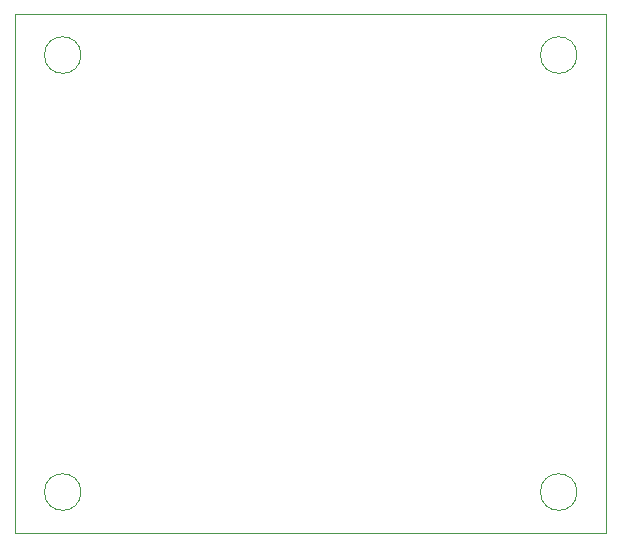
<source format=gbr>
%TF.GenerationSoftware,KiCad,Pcbnew,7.0.9*%
%TF.CreationDate,2024-08-27T22:02:00+02:00*%
%TF.ProjectId,Elektor,456c656b-746f-4722-9e6b-696361645f70,rev?*%
%TF.SameCoordinates,Original*%
%TF.FileFunction,Profile,NP*%
%FSLAX46Y46*%
G04 Gerber Fmt 4.6, Leading zero omitted, Abs format (unit mm)*
G04 Created by KiCad (PCBNEW 7.0.9) date 2024-08-27 22:02:00*
%MOMM*%
%LPD*%
G01*
G04 APERTURE LIST*
%TA.AperFunction,Profile*%
%ADD10C,0.100000*%
%TD*%
G04 APERTURE END LIST*
D10*
X162550000Y-99500000D02*
G75*
G03*
X162550000Y-99500000I-1550000J0D01*
G01*
X157000000Y-59000000D02*
X157000000Y-103000000D01*
X162550000Y-62500000D02*
G75*
G03*
X162550000Y-62500000I-1550000J0D01*
G01*
X157000000Y-103000000D02*
X207000000Y-103000000D01*
X204550000Y-62500000D02*
G75*
G03*
X204550000Y-62500000I-1550000J0D01*
G01*
X207000000Y-59000000D02*
X157000000Y-59000000D01*
X207000000Y-103000000D02*
X207000000Y-59000000D01*
X204550000Y-99500000D02*
G75*
G03*
X204550000Y-99500000I-1550000J0D01*
G01*
M02*

</source>
